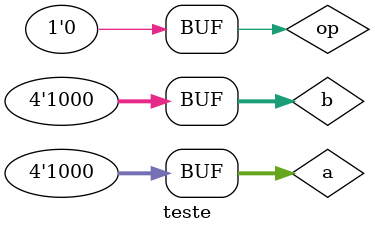
<source format=v>



module fulladder(cout, s0, a0, b0, cin);

	output cout, s0;
	input  a0, b0, cin;
	
	wire   c0,c1,c2; 
	
		//INSTANCIA
	xor XOR1(c0, a0, b0);
	and AND1(c1, a0, b0);
	
	xor XOR2(s0, c0, cin);
	and AND2(c2, c0, cin);
	
	or  OR1 (cout, c1, c2);
	
endmodule

//----------------------------------------------
//--Comparadores Maior, Menor, Igual e Diferente
//----------------------------------------------

module comparadores ( maior, menor, igual, dif, a, b );

	output maior, menor, igual, dif;
	input [3:0] a, b;
	
	wire s1,s2,s3,s4,s5,s6,s7,s8,s9,s10,s11,s12,s13,s14,s15,s16,s17,s18;
	
		//INSTANCIA
	and AND1 ( s1, ~a[3], b[3] );
	and AND2 ( s2, a[3], ~b[3] );
	and AND3 ( s3, ~a[2], b[2] ); 
	and AND4 ( s4, a[2], ~b[2] );
	and AND5 ( s5, ~a[1], b[1] ); 
	and AND6 ( s6, a[1], ~b[1] );
	and AND7 ( s7, ~a[0], b[0] );
	and AND8 ( s8, a[0], ~b[0] );
	nor NOR1 ( s9,  s1, s2 );
	nor NOR2	( s10, s3, s4 );
	nor NOR3	( s11, s5, s6 );
	nor NOR4	( s12, s7, s8 );
	and AND9 ( s13, s9, s3 );
	and AND10( s14, s9, s4 );
	and AND11( s15, s9, s10, s5 );
	and AND12( s16, s9, s10, s6 );
	and AND13( s17, s9, s10, s11, s7 );
	and AND14( s18, s9, s10, s11, s8 );
	and AND15( igual, s9, s10, s11, s12);
	assign dif = ~igual;
	or  OR1  ( menor, s1, s13, s15, s17 );
	or  OR2  ( maior, s2, s14, s16, s18 );
	
	
endmodule

//-------------------------------
//-- ALU com Overflow e Zero
//-------------------------------

module adder(flags,s,op,a,b);

	output [4:0] s;
	output [1:0] flags;
	input  [3:0] a, b;
	input  op;
	
	wire c1, c2, c3, c4, aux1, aux2, aux3, aux4, aux5; 
	
		//INSTANCIA
	xor		 XOR1 ( aux1, b[0], op );
	xor		 XOR2 ( aux2, b[1], op );
	xor		 XOR3 ( aux3, b[2], op );
	xor		 XOR4 ( aux4, b[3], op );
	fulladder F1   (c1, s[0], a[0], aux1, op);
	fulladder F2   (c2, s[1], a[1], aux2, c1);
	fulladder F3   (c3, s[2], a[2], aux3, c2);
	fulladder F4   (c4, s[3], a[3], aux4, c3);
	xor		 XOR5 (s[4], op, c4 );
	not       NOT1 (aux5,c3);
	and       AND1 (flags[1], s[4], aux5);
	nor       NOR1 (flags[0], s[4], s[3], s[2], s[1], s[0]);
	
endmodule

//--------------------------
//-- Modulo Teste
//---------------------------

module teste;

	wire[4:0] s;
	wire[1:0] f;
	wire      M, m, I, D;
	reg [3:0] a,b; 
	reg       op;
	
	adder        A1 (f,s, op, a, b);
	comparadores C1 (M, m, I, D, a, b ); 
	
	initial begin
		op=0; a=0; b=0;
	
		$display ("Guia 06 - Gustavo Guimaraes - 405804");
		$display ("\nTeste ALU e Comparadores\n");
		$display ("Op   A     B  =   S    M m I D OVR Z" );
		$monitor("%b  %4b  %4b = %5b  %b %b %b %b  %b  %b",op,a,b,s,M,m,I,D,f[1],f[0]);
	#1 op=0; a=0; b=1;
	#1 op=1; a=1; b=1;
	#1 op=0; a=2; b=1;
	#1 op=0; a=8; b=8;
	#1 op=1; a=6; b=5;
	#1 op=0; a=4; b=5;
	#1 op=0; a=-8;b=-8;
	
	end
endmodule
	
</source>
